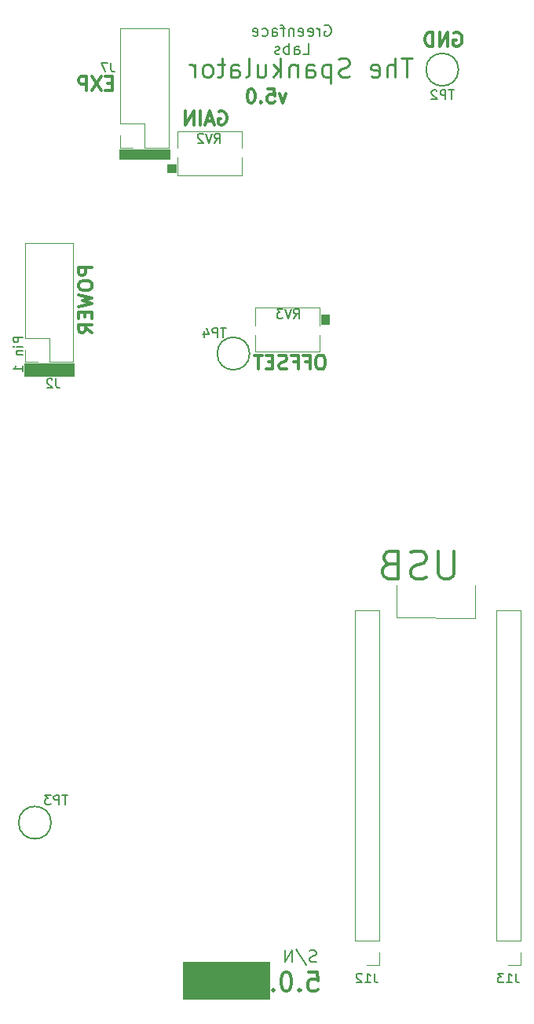
<source format=gbr>
%TF.GenerationSoftware,KiCad,Pcbnew,(6.0.1)*%
%TF.CreationDate,2022-11-27T12:18:10-08:00*%
%TF.ProjectId,Spankulator,5370616e-6b75-46c6-9174-6f722e6b6963,5.0*%
%TF.SameCoordinates,Original*%
%TF.FileFunction,Legend,Bot*%
%TF.FilePolarity,Positive*%
%FSLAX46Y46*%
G04 Gerber Fmt 4.6, Leading zero omitted, Abs format (unit mm)*
G04 Created by KiCad (PCBNEW (6.0.1)) date 2022-11-27 12:18:10*
%MOMM*%
%LPD*%
G01*
G04 APERTURE LIST*
%ADD10C,0.100000*%
%ADD11C,0.120000*%
%ADD12C,0.300000*%
%ADD13C,0.250000*%
%ADD14C,0.150000*%
G04 APERTURE END LIST*
D10*
X73700000Y-141000000D02*
X73700000Y-145000000D01*
X73700000Y-145000000D02*
X83010000Y-145000000D01*
X83010000Y-145000000D02*
X83010000Y-141000000D01*
X83010000Y-141000000D02*
X73700000Y-141000000D01*
G36*
X83010000Y-145000000D02*
G01*
X73700000Y-145000000D01*
X73700000Y-141000000D01*
X83010000Y-141000000D01*
X83010000Y-145000000D01*
G37*
X83010000Y-145000000D02*
X73700000Y-145000000D01*
X73700000Y-141000000D01*
X83010000Y-141000000D01*
X83010000Y-145000000D01*
X72895462Y-55175248D02*
X72899462Y-55990248D01*
X72899462Y-55990248D02*
X71950000Y-55990000D01*
X71950000Y-55990000D02*
X71956000Y-55175000D01*
X71956000Y-55175000D02*
X72895462Y-55175248D01*
G36*
X72895462Y-55175248D02*
G01*
X72899462Y-55990248D01*
X71950000Y-55990000D01*
X71956000Y-55175000D01*
X72895462Y-55175248D01*
G37*
X72895462Y-55175248D02*
X72899462Y-55990248D01*
X71950000Y-55990000D01*
X71956000Y-55175000D01*
X72895462Y-55175248D01*
X66825000Y-53495000D02*
X72225000Y-53495000D01*
X72225000Y-53495000D02*
X72225000Y-54525000D01*
X72225000Y-54525000D02*
X66825000Y-54525000D01*
X66825000Y-54525000D02*
X66825000Y-53495000D01*
G36*
X72225000Y-54525000D02*
G01*
X66825000Y-54525000D01*
X66825000Y-53495000D01*
X72225000Y-53495000D01*
X72225000Y-54525000D01*
G37*
X72225000Y-54525000D02*
X66825000Y-54525000D01*
X66825000Y-53495000D01*
X72225000Y-53495000D01*
X72225000Y-54525000D01*
D11*
X105200000Y-100400000D02*
X105200000Y-104000000D01*
X105200000Y-104000000D02*
X96700000Y-103900000D01*
X96700000Y-103900000D02*
X96700000Y-100400000D01*
D10*
X88595000Y-71294000D02*
X89410000Y-71290000D01*
X89410000Y-71290000D02*
X89410000Y-72290000D01*
X89410000Y-72290000D02*
X88595000Y-72284000D01*
X88595000Y-72284000D02*
X88595000Y-71294000D01*
G36*
X89410000Y-72290000D02*
G01*
X88595000Y-72284000D01*
X88595000Y-71294000D01*
X89410000Y-71290000D01*
X89410000Y-72290000D01*
G37*
X89410000Y-72290000D02*
X88595000Y-72284000D01*
X88595000Y-71294000D01*
X89410000Y-71290000D01*
X89410000Y-72290000D01*
X56520000Y-76530000D02*
X61920000Y-76530000D01*
X61920000Y-76530000D02*
X61920000Y-77930000D01*
X61920000Y-77930000D02*
X56520000Y-77930000D01*
X56520000Y-77930000D02*
X56520000Y-76530000D01*
G36*
X61920000Y-77930000D02*
G01*
X56520000Y-77930000D01*
X56520000Y-76530000D01*
X61920000Y-76530000D01*
X61920000Y-77930000D01*
G37*
X61920000Y-77930000D02*
X56520000Y-77930000D01*
X56520000Y-76530000D01*
X61920000Y-76530000D01*
X61920000Y-77930000D01*
D12*
X63878571Y-66235714D02*
X62378571Y-66235714D01*
X62378571Y-66807142D01*
X62450000Y-66950000D01*
X62521428Y-67021428D01*
X62664285Y-67092857D01*
X62878571Y-67092857D01*
X63021428Y-67021428D01*
X63092857Y-66950000D01*
X63164285Y-66807142D01*
X63164285Y-66235714D01*
X62378571Y-68021428D02*
X62378571Y-68307142D01*
X62450000Y-68450000D01*
X62592857Y-68592857D01*
X62878571Y-68664285D01*
X63378571Y-68664285D01*
X63664285Y-68592857D01*
X63807142Y-68450000D01*
X63878571Y-68307142D01*
X63878571Y-68021428D01*
X63807142Y-67878571D01*
X63664285Y-67735714D01*
X63378571Y-67664285D01*
X62878571Y-67664285D01*
X62592857Y-67735714D01*
X62450000Y-67878571D01*
X62378571Y-68021428D01*
X62378571Y-69164285D02*
X63878571Y-69521428D01*
X62807142Y-69807142D01*
X63878571Y-70092857D01*
X62378571Y-70450000D01*
X63092857Y-71021428D02*
X63092857Y-71521428D01*
X63878571Y-71735714D02*
X63878571Y-71021428D01*
X62378571Y-71021428D01*
X62378571Y-71735714D01*
X63878571Y-73235714D02*
X63164285Y-72735714D01*
X63878571Y-72378571D02*
X62378571Y-72378571D01*
X62378571Y-72950000D01*
X62450000Y-73092857D01*
X62521428Y-73164285D01*
X62664285Y-73235714D01*
X62878571Y-73235714D01*
X63021428Y-73164285D01*
X63092857Y-73092857D01*
X63164285Y-72950000D01*
X63164285Y-72378571D01*
X87178571Y-142104761D02*
X88130952Y-142104761D01*
X88226190Y-143057142D01*
X88130952Y-142961904D01*
X87940476Y-142866666D01*
X87464285Y-142866666D01*
X87273809Y-142961904D01*
X87178571Y-143057142D01*
X87083333Y-143247619D01*
X87083333Y-143723809D01*
X87178571Y-143914285D01*
X87273809Y-144009523D01*
X87464285Y-144104761D01*
X87940476Y-144104761D01*
X88130952Y-144009523D01*
X88226190Y-143914285D01*
X86226190Y-143914285D02*
X86130952Y-144009523D01*
X86226190Y-144104761D01*
X86321428Y-144009523D01*
X86226190Y-143914285D01*
X86226190Y-144104761D01*
X84892857Y-142104761D02*
X84702380Y-142104761D01*
X84511904Y-142200000D01*
X84416666Y-142295238D01*
X84321428Y-142485714D01*
X84226190Y-142866666D01*
X84226190Y-143342857D01*
X84321428Y-143723809D01*
X84416666Y-143914285D01*
X84511904Y-144009523D01*
X84702380Y-144104761D01*
X84892857Y-144104761D01*
X85083333Y-144009523D01*
X85178571Y-143914285D01*
X85273809Y-143723809D01*
X85369047Y-143342857D01*
X85369047Y-142866666D01*
X85273809Y-142485714D01*
X85178571Y-142295238D01*
X85083333Y-142200000D01*
X84892857Y-142104761D01*
X83369047Y-143914285D02*
X83273809Y-144009523D01*
X83369047Y-144104761D01*
X83464285Y-144009523D01*
X83369047Y-143914285D01*
X83369047Y-144104761D01*
X77522857Y-49470000D02*
X77665714Y-49398571D01*
X77880000Y-49398571D01*
X78094285Y-49470000D01*
X78237142Y-49612857D01*
X78308571Y-49755714D01*
X78380000Y-50041428D01*
X78380000Y-50255714D01*
X78308571Y-50541428D01*
X78237142Y-50684285D01*
X78094285Y-50827142D01*
X77880000Y-50898571D01*
X77737142Y-50898571D01*
X77522857Y-50827142D01*
X77451428Y-50755714D01*
X77451428Y-50255714D01*
X77737142Y-50255714D01*
X76880000Y-50470000D02*
X76165714Y-50470000D01*
X77022857Y-50898571D02*
X76522857Y-49398571D01*
X76022857Y-50898571D01*
X75522857Y-50898571D02*
X75522857Y-49398571D01*
X74808571Y-50898571D02*
X74808571Y-49398571D01*
X73951428Y-50898571D01*
X73951428Y-49398571D01*
X102901714Y-96757142D02*
X102901714Y-99185714D01*
X102758857Y-99471428D01*
X102616000Y-99614285D01*
X102330285Y-99757142D01*
X101758857Y-99757142D01*
X101473142Y-99614285D01*
X101330285Y-99471428D01*
X101187428Y-99185714D01*
X101187428Y-96757142D01*
X99901714Y-99614285D02*
X99473142Y-99757142D01*
X98758857Y-99757142D01*
X98473142Y-99614285D01*
X98330285Y-99471428D01*
X98187428Y-99185714D01*
X98187428Y-98900000D01*
X98330285Y-98614285D01*
X98473142Y-98471428D01*
X98758857Y-98328571D01*
X99330285Y-98185714D01*
X99616000Y-98042857D01*
X99758857Y-97900000D01*
X99901714Y-97614285D01*
X99901714Y-97328571D01*
X99758857Y-97042857D01*
X99616000Y-96900000D01*
X99330285Y-96757142D01*
X98616000Y-96757142D01*
X98187428Y-96900000D01*
X95901714Y-98185714D02*
X95473142Y-98328571D01*
X95330285Y-98471428D01*
X95187428Y-98757142D01*
X95187428Y-99185714D01*
X95330285Y-99471428D01*
X95473142Y-99614285D01*
X95758857Y-99757142D01*
X96901714Y-99757142D01*
X96901714Y-96757142D01*
X95901714Y-96757142D01*
X95616000Y-96900000D01*
X95473142Y-97042857D01*
X95330285Y-97328571D01*
X95330285Y-97614285D01*
X95473142Y-97900000D01*
X95616000Y-98042857D01*
X95901714Y-98185714D01*
X96901714Y-98185714D01*
D13*
X98367023Y-43734761D02*
X97224166Y-43734761D01*
X97795595Y-45734761D02*
X97795595Y-43734761D01*
X96557500Y-45734761D02*
X96557500Y-43734761D01*
X95700357Y-45734761D02*
X95700357Y-44687142D01*
X95795595Y-44496666D01*
X95986071Y-44401428D01*
X96271785Y-44401428D01*
X96462261Y-44496666D01*
X96557500Y-44591904D01*
X93986071Y-45639523D02*
X94176547Y-45734761D01*
X94557500Y-45734761D01*
X94747976Y-45639523D01*
X94843214Y-45449047D01*
X94843214Y-44687142D01*
X94747976Y-44496666D01*
X94557500Y-44401428D01*
X94176547Y-44401428D01*
X93986071Y-44496666D01*
X93890833Y-44687142D01*
X93890833Y-44877619D01*
X94843214Y-45068095D01*
X91605119Y-45639523D02*
X91319404Y-45734761D01*
X90843214Y-45734761D01*
X90652738Y-45639523D01*
X90557500Y-45544285D01*
X90462261Y-45353809D01*
X90462261Y-45163333D01*
X90557500Y-44972857D01*
X90652738Y-44877619D01*
X90843214Y-44782380D01*
X91224166Y-44687142D01*
X91414642Y-44591904D01*
X91509880Y-44496666D01*
X91605119Y-44306190D01*
X91605119Y-44115714D01*
X91509880Y-43925238D01*
X91414642Y-43830000D01*
X91224166Y-43734761D01*
X90747976Y-43734761D01*
X90462261Y-43830000D01*
X89605119Y-44401428D02*
X89605119Y-46401428D01*
X89605119Y-44496666D02*
X89414642Y-44401428D01*
X89033690Y-44401428D01*
X88843214Y-44496666D01*
X88747976Y-44591904D01*
X88652738Y-44782380D01*
X88652738Y-45353809D01*
X88747976Y-45544285D01*
X88843214Y-45639523D01*
X89033690Y-45734761D01*
X89414642Y-45734761D01*
X89605119Y-45639523D01*
X86938452Y-45734761D02*
X86938452Y-44687142D01*
X87033690Y-44496666D01*
X87224166Y-44401428D01*
X87605119Y-44401428D01*
X87795595Y-44496666D01*
X86938452Y-45639523D02*
X87128928Y-45734761D01*
X87605119Y-45734761D01*
X87795595Y-45639523D01*
X87890833Y-45449047D01*
X87890833Y-45258571D01*
X87795595Y-45068095D01*
X87605119Y-44972857D01*
X87128928Y-44972857D01*
X86938452Y-44877619D01*
X85986071Y-44401428D02*
X85986071Y-45734761D01*
X85986071Y-44591904D02*
X85890833Y-44496666D01*
X85700357Y-44401428D01*
X85414642Y-44401428D01*
X85224166Y-44496666D01*
X85128928Y-44687142D01*
X85128928Y-45734761D01*
X84176547Y-45734761D02*
X84176547Y-43734761D01*
X83986071Y-44972857D02*
X83414642Y-45734761D01*
X83414642Y-44401428D02*
X84176547Y-45163333D01*
X81700357Y-44401428D02*
X81700357Y-45734761D01*
X82557500Y-44401428D02*
X82557500Y-45449047D01*
X82462261Y-45639523D01*
X82271785Y-45734761D01*
X81986071Y-45734761D01*
X81795595Y-45639523D01*
X81700357Y-45544285D01*
X80462261Y-45734761D02*
X80652738Y-45639523D01*
X80747976Y-45449047D01*
X80747976Y-43734761D01*
X78843214Y-45734761D02*
X78843214Y-44687142D01*
X78938452Y-44496666D01*
X79128928Y-44401428D01*
X79509880Y-44401428D01*
X79700357Y-44496666D01*
X78843214Y-45639523D02*
X79033690Y-45734761D01*
X79509880Y-45734761D01*
X79700357Y-45639523D01*
X79795595Y-45449047D01*
X79795595Y-45258571D01*
X79700357Y-45068095D01*
X79509880Y-44972857D01*
X79033690Y-44972857D01*
X78843214Y-44877619D01*
X78176547Y-44401428D02*
X77414642Y-44401428D01*
X77890833Y-43734761D02*
X77890833Y-45449047D01*
X77795595Y-45639523D01*
X77605119Y-45734761D01*
X77414642Y-45734761D01*
X76462261Y-45734761D02*
X76652738Y-45639523D01*
X76747976Y-45544285D01*
X76843214Y-45353809D01*
X76843214Y-44782380D01*
X76747976Y-44591904D01*
X76652738Y-44496666D01*
X76462261Y-44401428D01*
X76176547Y-44401428D01*
X75986071Y-44496666D01*
X75890833Y-44591904D01*
X75795595Y-44782380D01*
X75795595Y-45353809D01*
X75890833Y-45544285D01*
X75986071Y-45639523D01*
X76176547Y-45734761D01*
X76462261Y-45734761D01*
X74938452Y-45734761D02*
X74938452Y-44401428D01*
X74938452Y-44782380D02*
X74843214Y-44591904D01*
X74747976Y-44496666D01*
X74557500Y-44401428D01*
X74367023Y-44401428D01*
D12*
X84792857Y-47528571D02*
X84435714Y-48528571D01*
X84078571Y-47528571D01*
X82792857Y-47028571D02*
X83507142Y-47028571D01*
X83578571Y-47742857D01*
X83507142Y-47671428D01*
X83364285Y-47600000D01*
X83007142Y-47600000D01*
X82864285Y-47671428D01*
X82792857Y-47742857D01*
X82721428Y-47885714D01*
X82721428Y-48242857D01*
X82792857Y-48385714D01*
X82864285Y-48457142D01*
X83007142Y-48528571D01*
X83364285Y-48528571D01*
X83507142Y-48457142D01*
X83578571Y-48385714D01*
X82078571Y-48385714D02*
X82007142Y-48457142D01*
X82078571Y-48528571D01*
X82150000Y-48457142D01*
X82078571Y-48385714D01*
X82078571Y-48528571D01*
X81078571Y-47028571D02*
X80935714Y-47028571D01*
X80792857Y-47100000D01*
X80721428Y-47171428D01*
X80650000Y-47314285D01*
X80578571Y-47600000D01*
X80578571Y-47957142D01*
X80650000Y-48242857D01*
X80721428Y-48385714D01*
X80792857Y-48457142D01*
X80935714Y-48528571D01*
X81078571Y-48528571D01*
X81221428Y-48457142D01*
X81292857Y-48385714D01*
X81364285Y-48242857D01*
X81435714Y-47957142D01*
X81435714Y-47600000D01*
X81364285Y-47314285D01*
X81292857Y-47171428D01*
X81221428Y-47100000D01*
X81078571Y-47028571D01*
X66035714Y-46392857D02*
X65535714Y-46392857D01*
X65321428Y-47178571D02*
X66035714Y-47178571D01*
X66035714Y-45678571D01*
X65321428Y-45678571D01*
X64821428Y-45678571D02*
X63821428Y-47178571D01*
X63821428Y-45678571D02*
X64821428Y-47178571D01*
X63250000Y-47178571D02*
X63250000Y-45678571D01*
X62678571Y-45678571D01*
X62535714Y-45750000D01*
X62464285Y-45821428D01*
X62392857Y-45964285D01*
X62392857Y-46178571D01*
X62464285Y-46321428D01*
X62535714Y-46392857D01*
X62678571Y-46464285D01*
X63250000Y-46464285D01*
X88642857Y-75678571D02*
X88357142Y-75678571D01*
X88214285Y-75750000D01*
X88071428Y-75892857D01*
X88000000Y-76178571D01*
X88000000Y-76678571D01*
X88071428Y-76964285D01*
X88214285Y-77107142D01*
X88357142Y-77178571D01*
X88642857Y-77178571D01*
X88785714Y-77107142D01*
X88928571Y-76964285D01*
X89000000Y-76678571D01*
X89000000Y-76178571D01*
X88928571Y-75892857D01*
X88785714Y-75750000D01*
X88642857Y-75678571D01*
X86857142Y-76392857D02*
X87357142Y-76392857D01*
X87357142Y-77178571D02*
X87357142Y-75678571D01*
X86642857Y-75678571D01*
X85571428Y-76392857D02*
X86071428Y-76392857D01*
X86071428Y-77178571D02*
X86071428Y-75678571D01*
X85357142Y-75678571D01*
X84857142Y-77107142D02*
X84642857Y-77178571D01*
X84285714Y-77178571D01*
X84142857Y-77107142D01*
X84071428Y-77035714D01*
X84000000Y-76892857D01*
X84000000Y-76750000D01*
X84071428Y-76607142D01*
X84142857Y-76535714D01*
X84285714Y-76464285D01*
X84571428Y-76392857D01*
X84714285Y-76321428D01*
X84785714Y-76250000D01*
X84857142Y-76107142D01*
X84857142Y-75964285D01*
X84785714Y-75821428D01*
X84714285Y-75750000D01*
X84571428Y-75678571D01*
X84214285Y-75678571D01*
X84000000Y-75750000D01*
X83357142Y-76392857D02*
X82857142Y-76392857D01*
X82642857Y-77178571D02*
X83357142Y-77178571D01*
X83357142Y-75678571D01*
X82642857Y-75678571D01*
X82214285Y-75678571D02*
X81357142Y-75678571D01*
X81785714Y-77178571D02*
X81785714Y-75678571D01*
D14*
X88053333Y-140966190D02*
X87867619Y-141028095D01*
X87558095Y-141028095D01*
X87434285Y-140966190D01*
X87372380Y-140904285D01*
X87310476Y-140780476D01*
X87310476Y-140656666D01*
X87372380Y-140532857D01*
X87434285Y-140470952D01*
X87558095Y-140409047D01*
X87805714Y-140347142D01*
X87929523Y-140285238D01*
X87991428Y-140223333D01*
X88053333Y-140099523D01*
X88053333Y-139975714D01*
X87991428Y-139851904D01*
X87929523Y-139790000D01*
X87805714Y-139728095D01*
X87496190Y-139728095D01*
X87310476Y-139790000D01*
X85824761Y-139666190D02*
X86939047Y-141337619D01*
X85391428Y-141028095D02*
X85391428Y-139728095D01*
X84648571Y-141028095D01*
X84648571Y-139728095D01*
D12*
X102892857Y-41000000D02*
X103035714Y-40928571D01*
X103250000Y-40928571D01*
X103464285Y-41000000D01*
X103607142Y-41142857D01*
X103678571Y-41285714D01*
X103750000Y-41571428D01*
X103750000Y-41785714D01*
X103678571Y-42071428D01*
X103607142Y-42214285D01*
X103464285Y-42357142D01*
X103250000Y-42428571D01*
X103107142Y-42428571D01*
X102892857Y-42357142D01*
X102821428Y-42285714D01*
X102821428Y-41785714D01*
X103107142Y-41785714D01*
X102178571Y-42428571D02*
X102178571Y-40928571D01*
X101321428Y-42428571D01*
X101321428Y-40928571D01*
X100607142Y-42428571D02*
X100607142Y-40928571D01*
X100250000Y-40928571D01*
X100035714Y-41000000D01*
X99892857Y-41142857D01*
X99821428Y-41285714D01*
X99750000Y-41571428D01*
X99750000Y-41785714D01*
X99821428Y-42071428D01*
X99892857Y-42214285D01*
X100035714Y-42357142D01*
X100250000Y-42428571D01*
X100607142Y-42428571D01*
D14*
X88942857Y-40184000D02*
X89057142Y-40126857D01*
X89228571Y-40126857D01*
X89400000Y-40184000D01*
X89514285Y-40298285D01*
X89571428Y-40412571D01*
X89628571Y-40641142D01*
X89628571Y-40812571D01*
X89571428Y-41041142D01*
X89514285Y-41155428D01*
X89400000Y-41269714D01*
X89228571Y-41326857D01*
X89114285Y-41326857D01*
X88942857Y-41269714D01*
X88885714Y-41212571D01*
X88885714Y-40812571D01*
X89114285Y-40812571D01*
X88371428Y-41326857D02*
X88371428Y-40526857D01*
X88371428Y-40755428D02*
X88314285Y-40641142D01*
X88257142Y-40584000D01*
X88142857Y-40526857D01*
X88028571Y-40526857D01*
X87171428Y-41269714D02*
X87285714Y-41326857D01*
X87514285Y-41326857D01*
X87628571Y-41269714D01*
X87685714Y-41155428D01*
X87685714Y-40698285D01*
X87628571Y-40584000D01*
X87514285Y-40526857D01*
X87285714Y-40526857D01*
X87171428Y-40584000D01*
X87114285Y-40698285D01*
X87114285Y-40812571D01*
X87685714Y-40926857D01*
X86142857Y-41269714D02*
X86257142Y-41326857D01*
X86485714Y-41326857D01*
X86600000Y-41269714D01*
X86657142Y-41155428D01*
X86657142Y-40698285D01*
X86600000Y-40584000D01*
X86485714Y-40526857D01*
X86257142Y-40526857D01*
X86142857Y-40584000D01*
X86085714Y-40698285D01*
X86085714Y-40812571D01*
X86657142Y-40926857D01*
X85571428Y-40526857D02*
X85571428Y-41326857D01*
X85571428Y-40641142D02*
X85514285Y-40584000D01*
X85400000Y-40526857D01*
X85228571Y-40526857D01*
X85114285Y-40584000D01*
X85057142Y-40698285D01*
X85057142Y-41326857D01*
X84657142Y-40526857D02*
X84200000Y-40526857D01*
X84485714Y-41326857D02*
X84485714Y-40298285D01*
X84428571Y-40184000D01*
X84314285Y-40126857D01*
X84200000Y-40126857D01*
X83285714Y-41326857D02*
X83285714Y-40698285D01*
X83342857Y-40584000D01*
X83457142Y-40526857D01*
X83685714Y-40526857D01*
X83800000Y-40584000D01*
X83285714Y-41269714D02*
X83400000Y-41326857D01*
X83685714Y-41326857D01*
X83800000Y-41269714D01*
X83857142Y-41155428D01*
X83857142Y-41041142D01*
X83800000Y-40926857D01*
X83685714Y-40869714D01*
X83400000Y-40869714D01*
X83285714Y-40812571D01*
X82200000Y-41269714D02*
X82314285Y-41326857D01*
X82542857Y-41326857D01*
X82657142Y-41269714D01*
X82714285Y-41212571D01*
X82771428Y-41098285D01*
X82771428Y-40755428D01*
X82714285Y-40641142D01*
X82657142Y-40584000D01*
X82542857Y-40526857D01*
X82314285Y-40526857D01*
X82200000Y-40584000D01*
X81228571Y-41269714D02*
X81342857Y-41326857D01*
X81571428Y-41326857D01*
X81685714Y-41269714D01*
X81742857Y-41155428D01*
X81742857Y-40698285D01*
X81685714Y-40584000D01*
X81571428Y-40526857D01*
X81342857Y-40526857D01*
X81228571Y-40584000D01*
X81171428Y-40698285D01*
X81171428Y-40812571D01*
X81742857Y-40926857D01*
X86600000Y-43258857D02*
X87171428Y-43258857D01*
X87171428Y-42058857D01*
X85685714Y-43258857D02*
X85685714Y-42630285D01*
X85742857Y-42516000D01*
X85857142Y-42458857D01*
X86085714Y-42458857D01*
X86200000Y-42516000D01*
X85685714Y-43201714D02*
X85800000Y-43258857D01*
X86085714Y-43258857D01*
X86200000Y-43201714D01*
X86257142Y-43087428D01*
X86257142Y-42973142D01*
X86200000Y-42858857D01*
X86085714Y-42801714D01*
X85800000Y-42801714D01*
X85685714Y-42744571D01*
X85114285Y-43258857D02*
X85114285Y-42058857D01*
X85114285Y-42516000D02*
X85000000Y-42458857D01*
X84771428Y-42458857D01*
X84657142Y-42516000D01*
X84600000Y-42573142D01*
X84542857Y-42687428D01*
X84542857Y-43030285D01*
X84600000Y-43144571D01*
X84657142Y-43201714D01*
X84771428Y-43258857D01*
X85000000Y-43258857D01*
X85114285Y-43201714D01*
X84085714Y-43201714D02*
X83971428Y-43258857D01*
X83742857Y-43258857D01*
X83628571Y-43201714D01*
X83571428Y-43087428D01*
X83571428Y-43030285D01*
X83628571Y-42916000D01*
X83742857Y-42858857D01*
X83914285Y-42858857D01*
X84028571Y-42801714D01*
X84085714Y-42687428D01*
X84085714Y-42630285D01*
X84028571Y-42516000D01*
X83914285Y-42458857D01*
X83742857Y-42458857D01*
X83628571Y-42516000D01*
X56382380Y-73735595D02*
X55382380Y-73735595D01*
X55382380Y-74116547D01*
X55430000Y-74211785D01*
X55477619Y-74259404D01*
X55572857Y-74307023D01*
X55715714Y-74307023D01*
X55810952Y-74259404D01*
X55858571Y-74211785D01*
X55906190Y-74116547D01*
X55906190Y-73735595D01*
X56382380Y-74735595D02*
X55715714Y-74735595D01*
X55382380Y-74735595D02*
X55430000Y-74687976D01*
X55477619Y-74735595D01*
X55430000Y-74783214D01*
X55382380Y-74735595D01*
X55477619Y-74735595D01*
X55715714Y-75211785D02*
X56382380Y-75211785D01*
X55810952Y-75211785D02*
X55763333Y-75259404D01*
X55715714Y-75354642D01*
X55715714Y-75497500D01*
X55763333Y-75592738D01*
X55858571Y-75640357D01*
X56382380Y-75640357D01*
X56382380Y-77402261D02*
X56382380Y-76830833D01*
X56382380Y-77116547D02*
X55382380Y-77116547D01*
X55525238Y-77021309D01*
X55620476Y-76926071D01*
X55668095Y-76830833D01*
X102881904Y-47132380D02*
X102310476Y-47132380D01*
X102596190Y-48132380D02*
X102596190Y-47132380D01*
X101977142Y-48132380D02*
X101977142Y-47132380D01*
X101596190Y-47132380D01*
X101500952Y-47180000D01*
X101453333Y-47227619D01*
X101405714Y-47322857D01*
X101405714Y-47465714D01*
X101453333Y-47560952D01*
X101500952Y-47608571D01*
X101596190Y-47656190D01*
X101977142Y-47656190D01*
X101024761Y-47227619D02*
X100977142Y-47180000D01*
X100881904Y-47132380D01*
X100643809Y-47132380D01*
X100548571Y-47180000D01*
X100500952Y-47227619D01*
X100453333Y-47322857D01*
X100453333Y-47418095D01*
X100500952Y-47560952D01*
X101072380Y-48132380D01*
X100453333Y-48132380D01*
X59983333Y-78202380D02*
X59983333Y-78916666D01*
X60030952Y-79059523D01*
X60126190Y-79154761D01*
X60269047Y-79202380D01*
X60364285Y-79202380D01*
X59554761Y-78297619D02*
X59507142Y-78250000D01*
X59411904Y-78202380D01*
X59173809Y-78202380D01*
X59078571Y-78250000D01*
X59030952Y-78297619D01*
X58983333Y-78392857D01*
X58983333Y-78488095D01*
X59030952Y-78630952D01*
X59602380Y-79202380D01*
X58983333Y-79202380D01*
X77070238Y-52827380D02*
X77403571Y-52351190D01*
X77641666Y-52827380D02*
X77641666Y-51827380D01*
X77260714Y-51827380D01*
X77165476Y-51875000D01*
X77117857Y-51922619D01*
X77070238Y-52017857D01*
X77070238Y-52160714D01*
X77117857Y-52255952D01*
X77165476Y-52303571D01*
X77260714Y-52351190D01*
X77641666Y-52351190D01*
X76784523Y-51827380D02*
X76451190Y-52827380D01*
X76117857Y-51827380D01*
X75832142Y-51922619D02*
X75784523Y-51875000D01*
X75689285Y-51827380D01*
X75451190Y-51827380D01*
X75355952Y-51875000D01*
X75308333Y-51922619D01*
X75260714Y-52017857D01*
X75260714Y-52113095D01*
X75308333Y-52255952D01*
X75879761Y-52827380D01*
X75260714Y-52827380D01*
X85595238Y-71702380D02*
X85928571Y-71226190D01*
X86166666Y-71702380D02*
X86166666Y-70702380D01*
X85785714Y-70702380D01*
X85690476Y-70750000D01*
X85642857Y-70797619D01*
X85595238Y-70892857D01*
X85595238Y-71035714D01*
X85642857Y-71130952D01*
X85690476Y-71178571D01*
X85785714Y-71226190D01*
X86166666Y-71226190D01*
X85309523Y-70702380D02*
X84976190Y-71702380D01*
X84642857Y-70702380D01*
X84404761Y-70702380D02*
X83785714Y-70702380D01*
X84119047Y-71083333D01*
X83976190Y-71083333D01*
X83880952Y-71130952D01*
X83833333Y-71178571D01*
X83785714Y-71273809D01*
X83785714Y-71511904D01*
X83833333Y-71607142D01*
X83880952Y-71654761D01*
X83976190Y-71702380D01*
X84261904Y-71702380D01*
X84357142Y-71654761D01*
X84404761Y-71607142D01*
X61207904Y-123034380D02*
X60636476Y-123034380D01*
X60922190Y-124034380D02*
X60922190Y-123034380D01*
X60303142Y-124034380D02*
X60303142Y-123034380D01*
X59922190Y-123034380D01*
X59826952Y-123082000D01*
X59779333Y-123129619D01*
X59731714Y-123224857D01*
X59731714Y-123367714D01*
X59779333Y-123462952D01*
X59826952Y-123510571D01*
X59922190Y-123558190D01*
X60303142Y-123558190D01*
X59398380Y-123034380D02*
X58779333Y-123034380D01*
X59112666Y-123415333D01*
X58969809Y-123415333D01*
X58874571Y-123462952D01*
X58826952Y-123510571D01*
X58779333Y-123605809D01*
X58779333Y-123843904D01*
X58826952Y-123939142D01*
X58874571Y-123986761D01*
X58969809Y-124034380D01*
X59255523Y-124034380D01*
X59350761Y-123986761D01*
X59398380Y-123939142D01*
X65883333Y-44182380D02*
X65883333Y-44896666D01*
X65930952Y-45039523D01*
X66026190Y-45134761D01*
X66169047Y-45182380D01*
X66264285Y-45182380D01*
X65502380Y-44182380D02*
X64835714Y-44182380D01*
X65264285Y-45182380D01*
X78279904Y-72752380D02*
X77708476Y-72752380D01*
X77994190Y-73752380D02*
X77994190Y-72752380D01*
X77375142Y-73752380D02*
X77375142Y-72752380D01*
X76994190Y-72752380D01*
X76898952Y-72800000D01*
X76851333Y-72847619D01*
X76803714Y-72942857D01*
X76803714Y-73085714D01*
X76851333Y-73180952D01*
X76898952Y-73228571D01*
X76994190Y-73276190D01*
X77375142Y-73276190D01*
X75946571Y-73085714D02*
X75946571Y-73752380D01*
X76184666Y-72704761D02*
X76422761Y-73419047D01*
X75803714Y-73419047D01*
X94309523Y-142222380D02*
X94309523Y-142936666D01*
X94357142Y-143079523D01*
X94452380Y-143174761D01*
X94595238Y-143222380D01*
X94690476Y-143222380D01*
X93309523Y-143222380D02*
X93880952Y-143222380D01*
X93595238Y-143222380D02*
X93595238Y-142222380D01*
X93690476Y-142365238D01*
X93785714Y-142460476D01*
X93880952Y-142508095D01*
X92928571Y-142317619D02*
X92880952Y-142270000D01*
X92785714Y-142222380D01*
X92547619Y-142222380D01*
X92452380Y-142270000D01*
X92404761Y-142317619D01*
X92357142Y-142412857D01*
X92357142Y-142508095D01*
X92404761Y-142650952D01*
X92976190Y-143222380D01*
X92357142Y-143222380D01*
X109549523Y-142222380D02*
X109549523Y-142936666D01*
X109597142Y-143079523D01*
X109692380Y-143174761D01*
X109835238Y-143222380D01*
X109930476Y-143222380D01*
X108549523Y-143222380D02*
X109120952Y-143222380D01*
X108835238Y-143222380D02*
X108835238Y-142222380D01*
X108930476Y-142365238D01*
X109025714Y-142460476D01*
X109120952Y-142508095D01*
X108216190Y-142222380D02*
X107597142Y-142222380D01*
X107930476Y-142603333D01*
X107787619Y-142603333D01*
X107692380Y-142650952D01*
X107644761Y-142698571D01*
X107597142Y-142793809D01*
X107597142Y-143031904D01*
X107644761Y-143127142D01*
X107692380Y-143174761D01*
X107787619Y-143222380D01*
X108073333Y-143222380D01*
X108168571Y-143174761D01*
X108216190Y-143127142D01*
X103370000Y-44930000D02*
G75*
G03*
X103370000Y-44930000I-1750000J0D01*
G01*
D11*
X56650000Y-76420000D02*
X57980000Y-76420000D01*
X56650000Y-75090000D02*
X56650000Y-76420000D01*
X59250000Y-76420000D02*
X61850000Y-76420000D01*
X61850000Y-76420000D02*
X61850000Y-63600000D01*
X56650000Y-73820000D02*
X56650000Y-63600000D01*
X59250000Y-73820000D02*
X59250000Y-76420000D01*
X56650000Y-73820000D02*
X59250000Y-73820000D01*
X56650000Y-63600000D02*
X61850000Y-63600000D01*
X73040000Y-51595000D02*
X73040000Y-53381000D01*
X79990000Y-56335000D02*
X73040000Y-56335000D01*
X79990000Y-54371000D02*
X79990000Y-56335000D01*
X79990000Y-51595000D02*
X73040000Y-51595000D01*
X73040000Y-54371000D02*
X73040000Y-56335000D01*
X79990000Y-51595000D02*
X79990000Y-53381000D01*
X88435000Y-72504000D02*
X88435000Y-70540000D01*
X81485000Y-70540000D02*
X88435000Y-70540000D01*
X81485000Y-75280000D02*
X88435000Y-75280000D01*
X81485000Y-75280000D02*
X81485000Y-73494000D01*
X88435000Y-75280000D02*
X88435000Y-73494000D01*
X81485000Y-72504000D02*
X81485000Y-70540000D01*
D14*
X59450000Y-126000000D02*
G75*
G03*
X59450000Y-126000000I-1750000J0D01*
G01*
D11*
X66920000Y-40510000D02*
X72120000Y-40510000D01*
X66920000Y-50730000D02*
X66920000Y-40510000D01*
X66920000Y-53330000D02*
X68250000Y-53330000D01*
X69520000Y-53330000D02*
X72120000Y-53330000D01*
X66920000Y-50730000D02*
X69520000Y-50730000D01*
X72120000Y-53330000D02*
X72120000Y-40510000D01*
X66920000Y-52000000D02*
X66920000Y-53330000D01*
X69520000Y-50730000D02*
X69520000Y-53330000D01*
D14*
X80850000Y-75500000D02*
G75*
G03*
X80850000Y-75500000I-1750000J0D01*
G01*
D11*
X92170000Y-138730000D02*
X92170000Y-103110000D01*
X93500000Y-141330000D02*
X94830000Y-141330000D01*
X92170000Y-138730000D02*
X94830000Y-138730000D01*
X94830000Y-138730000D02*
X94830000Y-103110000D01*
X92170000Y-103110000D02*
X94830000Y-103110000D01*
X94830000Y-141330000D02*
X94830000Y-140000000D01*
X107410000Y-138730000D02*
X107410000Y-103110000D01*
X110070000Y-138730000D02*
X110070000Y-103110000D01*
X107410000Y-138730000D02*
X110070000Y-138730000D01*
X110070000Y-141330000D02*
X110070000Y-140000000D01*
X108740000Y-141330000D02*
X110070000Y-141330000D01*
X107410000Y-103110000D02*
X110070000Y-103110000D01*
M02*

</source>
